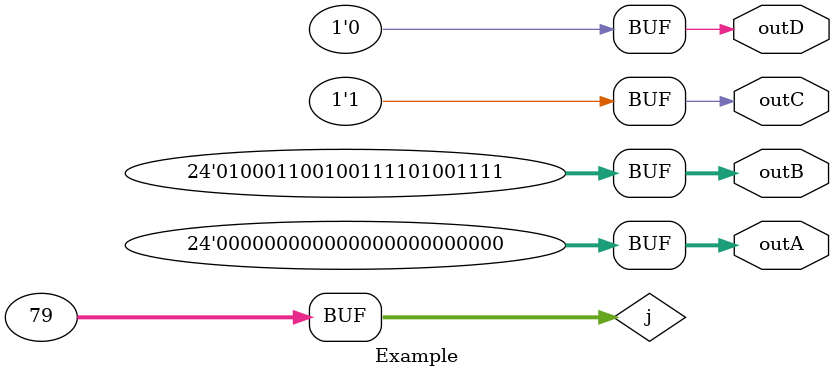
<source format=v>
module Example(outA, outB, outC, outD);
    parameter OUTPUT = "FOO";
    output wire [23:0] outA;
    output wire [23:0] outB;
    output reg outC, outD;
    function automatic [23:0] flip;
        input [23:0] inp;
        flip = ~inp;
    endfunction
    generate
        if (flip(OUTPUT) == flip("BAR"))
            assign outA = OUTPUT;
        else
            assign outA = 0;
        case (flip(OUTPUT))
            flip("FOO"): assign outB = OUTPUT;
            flip("BAR"): assign outB = 0;
            flip("BAZ"): assign outB = "HI";
        endcase
        genvar i;
        initial outC = 0;
        for (i = 0; i != flip(flip(OUTPUT[15:8])); i = i + 1)
            if (i + 1 == flip(flip("O")))
                initial outC = 1;
    endgenerate
    integer j;
    initial begin
        outD = 1;
        for (j = 0; j != flip(flip(OUTPUT[15:8])); j = j + 1)
            if (j + 1 == flip(flip("O")))
                outD = 0;
    end
endmodule
</source>
